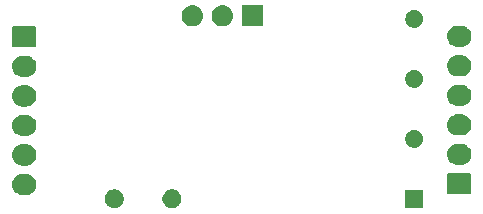
<source format=gbr>
G04 #@! TF.GenerationSoftware,KiCad,Pcbnew,(5.0.2-5)-5*
G04 #@! TF.CreationDate,2019-07-31T22:00:08+03:00*
G04 #@! TF.ProjectId,bike_motor_shim,62696b65-5f6d-46f7-946f-725f7368696d,rev?*
G04 #@! TF.SameCoordinates,Original*
G04 #@! TF.FileFunction,Soldermask,Bot*
G04 #@! TF.FilePolarity,Negative*
%FSLAX46Y46*%
G04 Gerber Fmt 4.6, Leading zero omitted, Abs format (unit mm)*
G04 Created by KiCad (PCBNEW (5.0.2-5)-5) date 2019 July 31, Wednesday 22:00:08*
%MOMM*%
%LPD*%
G01*
G04 APERTURE LIST*
%ADD10C,0.100000*%
G04 APERTURE END LIST*
D10*
G36*
X151798643Y-125594781D02*
X151944415Y-125655162D01*
X152075611Y-125742824D01*
X152187176Y-125854389D01*
X152274838Y-125985585D01*
X152335219Y-126131357D01*
X152366000Y-126286107D01*
X152366000Y-126443893D01*
X152335219Y-126598643D01*
X152274838Y-126744415D01*
X152187176Y-126875611D01*
X152075611Y-126987176D01*
X151944415Y-127074838D01*
X151798643Y-127135219D01*
X151643893Y-127166000D01*
X151486107Y-127166000D01*
X151331357Y-127135219D01*
X151185585Y-127074838D01*
X151054389Y-126987176D01*
X150942824Y-126875611D01*
X150855162Y-126744415D01*
X150794781Y-126598643D01*
X150764000Y-126443893D01*
X150764000Y-126286107D01*
X150794781Y-126131357D01*
X150855162Y-125985585D01*
X150942824Y-125854389D01*
X151054389Y-125742824D01*
X151185585Y-125655162D01*
X151331357Y-125594781D01*
X151486107Y-125564000D01*
X151643893Y-125564000D01*
X151798643Y-125594781D01*
X151798643Y-125594781D01*
G37*
G36*
X146918643Y-125594781D02*
X147064415Y-125655162D01*
X147195611Y-125742824D01*
X147307176Y-125854389D01*
X147394838Y-125985585D01*
X147455219Y-126131357D01*
X147486000Y-126286107D01*
X147486000Y-126443893D01*
X147455219Y-126598643D01*
X147394838Y-126744415D01*
X147307176Y-126875611D01*
X147195611Y-126987176D01*
X147064415Y-127074838D01*
X146918643Y-127135219D01*
X146763893Y-127166000D01*
X146606107Y-127166000D01*
X146451357Y-127135219D01*
X146305585Y-127074838D01*
X146174389Y-126987176D01*
X146062824Y-126875611D01*
X145975162Y-126744415D01*
X145914781Y-126598643D01*
X145884000Y-126443893D01*
X145884000Y-126286107D01*
X145914781Y-126131357D01*
X145975162Y-125985585D01*
X146062824Y-125854389D01*
X146174389Y-125742824D01*
X146305585Y-125655162D01*
X146451357Y-125594781D01*
X146606107Y-125564000D01*
X146763893Y-125564000D01*
X146918643Y-125594781D01*
X146918643Y-125594781D01*
G37*
G36*
X172836000Y-127116000D02*
X171334000Y-127116000D01*
X171334000Y-125614000D01*
X172836000Y-125614000D01*
X172836000Y-127116000D01*
X172836000Y-127116000D01*
G37*
G36*
X139300442Y-124254518D02*
X139366627Y-124261037D01*
X139479853Y-124295384D01*
X139536467Y-124312557D01*
X139656850Y-124376904D01*
X139692991Y-124396222D01*
X139728729Y-124425552D01*
X139830186Y-124508814D01*
X139913448Y-124610271D01*
X139942778Y-124646009D01*
X139942779Y-124646011D01*
X140026443Y-124802533D01*
X140026443Y-124802534D01*
X140077963Y-124972373D01*
X140095359Y-125149000D01*
X140077963Y-125325627D01*
X140043616Y-125438853D01*
X140026443Y-125495467D01*
X139989811Y-125564000D01*
X139942778Y-125651991D01*
X139913448Y-125687729D01*
X139830186Y-125789186D01*
X139750731Y-125854392D01*
X139692991Y-125901778D01*
X139692989Y-125901779D01*
X139536467Y-125985443D01*
X139479853Y-126002616D01*
X139366627Y-126036963D01*
X139300442Y-126043482D01*
X139234260Y-126050000D01*
X138895740Y-126050000D01*
X138829558Y-126043482D01*
X138763373Y-126036963D01*
X138650147Y-126002616D01*
X138593533Y-125985443D01*
X138437011Y-125901779D01*
X138437009Y-125901778D01*
X138379269Y-125854392D01*
X138299814Y-125789186D01*
X138216552Y-125687729D01*
X138187222Y-125651991D01*
X138140189Y-125564000D01*
X138103557Y-125495467D01*
X138086384Y-125438853D01*
X138052037Y-125325627D01*
X138034641Y-125149000D01*
X138052037Y-124972373D01*
X138103557Y-124802534D01*
X138103557Y-124802533D01*
X138187221Y-124646011D01*
X138187222Y-124646009D01*
X138216552Y-124610271D01*
X138299814Y-124508814D01*
X138401271Y-124425552D01*
X138437009Y-124396222D01*
X138473150Y-124376904D01*
X138593533Y-124312557D01*
X138650147Y-124295384D01*
X138763373Y-124261037D01*
X138829558Y-124254518D01*
X138895740Y-124248000D01*
X139234260Y-124248000D01*
X139300442Y-124254518D01*
X139300442Y-124254518D01*
G37*
G36*
X176778600Y-124197989D02*
X176811649Y-124208014D01*
X176842106Y-124224294D01*
X176868799Y-124246201D01*
X176890706Y-124272894D01*
X176906986Y-124303351D01*
X176917011Y-124336400D01*
X176921000Y-124376904D01*
X176921000Y-125813096D01*
X176917011Y-125853600D01*
X176906986Y-125886649D01*
X176890706Y-125917106D01*
X176868799Y-125943799D01*
X176842106Y-125965706D01*
X176811649Y-125981986D01*
X176778600Y-125992011D01*
X176738096Y-125996000D01*
X175051904Y-125996000D01*
X175011400Y-125992011D01*
X174978351Y-125981986D01*
X174947894Y-125965706D01*
X174921201Y-125943799D01*
X174899294Y-125917106D01*
X174883014Y-125886649D01*
X174872989Y-125853600D01*
X174869000Y-125813096D01*
X174869000Y-124376904D01*
X174872989Y-124336400D01*
X174883014Y-124303351D01*
X174899294Y-124272894D01*
X174921201Y-124246201D01*
X174947894Y-124224294D01*
X174978351Y-124208014D01*
X175011400Y-124197989D01*
X175051904Y-124194000D01*
X176738096Y-124194000D01*
X176778600Y-124197989D01*
X176778600Y-124197989D01*
G37*
G36*
X139300442Y-121754518D02*
X139366627Y-121761037D01*
X139479853Y-121795384D01*
X139536467Y-121812557D01*
X139591965Y-121842222D01*
X139692991Y-121896222D01*
X139728729Y-121925552D01*
X139830186Y-122008814D01*
X139898461Y-122092009D01*
X139942778Y-122146009D01*
X139942779Y-122146011D01*
X140026443Y-122302533D01*
X140026443Y-122302534D01*
X140077963Y-122472373D01*
X140095359Y-122649000D01*
X140077963Y-122825627D01*
X140043616Y-122938853D01*
X140026443Y-122995467D01*
X139971643Y-123097989D01*
X139942778Y-123151991D01*
X139913448Y-123187729D01*
X139830186Y-123289186D01*
X139758790Y-123347778D01*
X139692991Y-123401778D01*
X139692989Y-123401779D01*
X139536467Y-123485443D01*
X139479853Y-123502616D01*
X139366627Y-123536963D01*
X139300442Y-123543482D01*
X139234260Y-123550000D01*
X138895740Y-123550000D01*
X138829558Y-123543482D01*
X138763373Y-123536963D01*
X138650147Y-123502616D01*
X138593533Y-123485443D01*
X138437011Y-123401779D01*
X138437009Y-123401778D01*
X138371210Y-123347778D01*
X138299814Y-123289186D01*
X138216552Y-123187729D01*
X138187222Y-123151991D01*
X138158357Y-123097989D01*
X138103557Y-122995467D01*
X138086384Y-122938853D01*
X138052037Y-122825627D01*
X138034641Y-122649000D01*
X138052037Y-122472373D01*
X138103557Y-122302534D01*
X138103557Y-122302533D01*
X138187221Y-122146011D01*
X138187222Y-122146009D01*
X138231539Y-122092009D01*
X138299814Y-122008814D01*
X138401271Y-121925552D01*
X138437009Y-121896222D01*
X138538035Y-121842222D01*
X138593533Y-121812557D01*
X138650147Y-121795384D01*
X138763373Y-121761037D01*
X138829558Y-121754518D01*
X138895740Y-121748000D01*
X139234260Y-121748000D01*
X139300442Y-121754518D01*
X139300442Y-121754518D01*
G37*
G36*
X176130442Y-121700518D02*
X176196627Y-121707037D01*
X176309853Y-121741384D01*
X176366467Y-121758557D01*
X176467492Y-121812557D01*
X176522991Y-121842222D01*
X176554813Y-121868338D01*
X176660186Y-121954814D01*
X176743448Y-122056271D01*
X176772778Y-122092009D01*
X176772779Y-122092011D01*
X176856443Y-122248533D01*
X176856443Y-122248534D01*
X176907963Y-122418373D01*
X176925359Y-122595000D01*
X176907963Y-122771627D01*
X176891583Y-122825625D01*
X176856443Y-122941467D01*
X176827579Y-122995467D01*
X176772778Y-123097991D01*
X176743448Y-123133729D01*
X176660186Y-123235186D01*
X176558729Y-123318448D01*
X176522991Y-123347778D01*
X176522989Y-123347779D01*
X176366467Y-123431443D01*
X176309853Y-123448616D01*
X176196627Y-123482963D01*
X176130442Y-123489482D01*
X176064260Y-123496000D01*
X175725740Y-123496000D01*
X175659558Y-123489482D01*
X175593373Y-123482963D01*
X175480147Y-123448616D01*
X175423533Y-123431443D01*
X175267011Y-123347779D01*
X175267009Y-123347778D01*
X175231271Y-123318448D01*
X175129814Y-123235186D01*
X175046552Y-123133729D01*
X175017222Y-123097991D01*
X174962421Y-122995467D01*
X174933557Y-122941467D01*
X174898417Y-122825625D01*
X174882037Y-122771627D01*
X174864641Y-122595000D01*
X174882037Y-122418373D01*
X174933557Y-122248534D01*
X174933557Y-122248533D01*
X175017221Y-122092011D01*
X175017222Y-122092009D01*
X175046552Y-122056271D01*
X175129814Y-121954814D01*
X175235187Y-121868338D01*
X175267009Y-121842222D01*
X175322508Y-121812557D01*
X175423533Y-121758557D01*
X175480147Y-121741384D01*
X175593373Y-121707037D01*
X175659558Y-121700518D01*
X175725740Y-121694000D01*
X176064260Y-121694000D01*
X176130442Y-121700518D01*
X176130442Y-121700518D01*
G37*
G36*
X172217004Y-120545544D02*
X172304059Y-120562860D01*
X172440732Y-120619472D01*
X172440733Y-120619473D01*
X172563738Y-120701662D01*
X172668338Y-120806262D01*
X172668340Y-120806265D01*
X172750528Y-120929268D01*
X172807140Y-121065941D01*
X172836000Y-121211033D01*
X172836000Y-121358967D01*
X172807140Y-121504059D01*
X172750528Y-121640732D01*
X172750527Y-121640733D01*
X172668338Y-121763738D01*
X172563738Y-121868338D01*
X172563735Y-121868340D01*
X172440732Y-121950528D01*
X172304059Y-122007140D01*
X172217004Y-122024456D01*
X172158969Y-122036000D01*
X172011031Y-122036000D01*
X171952996Y-122024456D01*
X171865941Y-122007140D01*
X171729268Y-121950528D01*
X171606265Y-121868340D01*
X171606262Y-121868338D01*
X171501662Y-121763738D01*
X171419473Y-121640733D01*
X171419472Y-121640732D01*
X171362860Y-121504059D01*
X171334000Y-121358967D01*
X171334000Y-121211033D01*
X171362860Y-121065941D01*
X171419472Y-120929268D01*
X171501660Y-120806265D01*
X171501662Y-120806262D01*
X171606262Y-120701662D01*
X171729267Y-120619473D01*
X171729268Y-120619472D01*
X171865941Y-120562860D01*
X171952996Y-120545544D01*
X172011031Y-120534000D01*
X172158969Y-120534000D01*
X172217004Y-120545544D01*
X172217004Y-120545544D01*
G37*
G36*
X139300442Y-119254518D02*
X139366627Y-119261037D01*
X139479853Y-119295384D01*
X139536467Y-119312557D01*
X139591965Y-119342222D01*
X139692991Y-119396222D01*
X139728729Y-119425552D01*
X139830186Y-119508814D01*
X139898461Y-119592009D01*
X139942778Y-119646009D01*
X139942779Y-119646011D01*
X140026443Y-119802533D01*
X140026443Y-119802534D01*
X140077963Y-119972373D01*
X140095359Y-120149000D01*
X140077963Y-120325627D01*
X140043616Y-120438853D01*
X140026443Y-120495467D01*
X140005846Y-120534000D01*
X139942778Y-120651991D01*
X139913448Y-120687729D01*
X139830186Y-120789186D01*
X139758790Y-120847778D01*
X139692991Y-120901778D01*
X139692989Y-120901779D01*
X139536467Y-120985443D01*
X139479853Y-121002616D01*
X139366627Y-121036963D01*
X139300443Y-121043481D01*
X139234260Y-121050000D01*
X138895740Y-121050000D01*
X138829557Y-121043481D01*
X138763373Y-121036963D01*
X138650147Y-121002616D01*
X138593533Y-120985443D01*
X138437011Y-120901779D01*
X138437009Y-120901778D01*
X138371210Y-120847778D01*
X138299814Y-120789186D01*
X138216552Y-120687729D01*
X138187222Y-120651991D01*
X138124154Y-120534000D01*
X138103557Y-120495467D01*
X138086384Y-120438853D01*
X138052037Y-120325627D01*
X138034641Y-120149000D01*
X138052037Y-119972373D01*
X138103557Y-119802534D01*
X138103557Y-119802533D01*
X138187221Y-119646011D01*
X138187222Y-119646009D01*
X138231539Y-119592009D01*
X138299814Y-119508814D01*
X138401271Y-119425552D01*
X138437009Y-119396222D01*
X138538035Y-119342222D01*
X138593533Y-119312557D01*
X138650147Y-119295384D01*
X138763373Y-119261037D01*
X138829558Y-119254518D01*
X138895740Y-119248000D01*
X139234260Y-119248000D01*
X139300442Y-119254518D01*
X139300442Y-119254518D01*
G37*
G36*
X176130443Y-119200519D02*
X176196627Y-119207037D01*
X176309853Y-119241384D01*
X176366467Y-119258557D01*
X176467492Y-119312557D01*
X176522991Y-119342222D01*
X176558729Y-119371552D01*
X176660186Y-119454814D01*
X176743448Y-119556271D01*
X176772778Y-119592009D01*
X176772779Y-119592011D01*
X176856443Y-119748533D01*
X176856443Y-119748534D01*
X176907963Y-119918373D01*
X176925359Y-120095000D01*
X176907963Y-120271627D01*
X176891583Y-120325625D01*
X176856443Y-120441467D01*
X176827579Y-120495467D01*
X176772778Y-120597991D01*
X176755149Y-120619472D01*
X176660186Y-120735186D01*
X176558729Y-120818448D01*
X176522991Y-120847778D01*
X176522989Y-120847779D01*
X176366467Y-120931443D01*
X176309853Y-120948616D01*
X176196627Y-120982963D01*
X176130442Y-120989482D01*
X176064260Y-120996000D01*
X175725740Y-120996000D01*
X175659558Y-120989482D01*
X175593373Y-120982963D01*
X175480147Y-120948616D01*
X175423533Y-120931443D01*
X175267011Y-120847779D01*
X175267009Y-120847778D01*
X175231271Y-120818448D01*
X175129814Y-120735186D01*
X175034851Y-120619472D01*
X175017222Y-120597991D01*
X174962421Y-120495467D01*
X174933557Y-120441467D01*
X174898417Y-120325625D01*
X174882037Y-120271627D01*
X174864641Y-120095000D01*
X174882037Y-119918373D01*
X174933557Y-119748534D01*
X174933557Y-119748533D01*
X175017221Y-119592011D01*
X175017222Y-119592009D01*
X175046552Y-119556271D01*
X175129814Y-119454814D01*
X175231271Y-119371552D01*
X175267009Y-119342222D01*
X175322508Y-119312557D01*
X175423533Y-119258557D01*
X175480147Y-119241384D01*
X175593373Y-119207037D01*
X175659557Y-119200519D01*
X175725740Y-119194000D01*
X176064260Y-119194000D01*
X176130443Y-119200519D01*
X176130443Y-119200519D01*
G37*
G36*
X139300442Y-116754518D02*
X139366627Y-116761037D01*
X139456633Y-116788340D01*
X139536467Y-116812557D01*
X139644921Y-116870528D01*
X139692991Y-116896222D01*
X139728729Y-116925552D01*
X139830186Y-117008814D01*
X139898461Y-117092009D01*
X139942778Y-117146009D01*
X139942779Y-117146011D01*
X140026443Y-117302533D01*
X140026443Y-117302534D01*
X140077963Y-117472373D01*
X140095359Y-117649000D01*
X140077963Y-117825627D01*
X140043616Y-117938853D01*
X140026443Y-117995467D01*
X139971643Y-118097989D01*
X139942778Y-118151991D01*
X139913448Y-118187729D01*
X139830186Y-118289186D01*
X139758790Y-118347778D01*
X139692991Y-118401778D01*
X139692989Y-118401779D01*
X139536467Y-118485443D01*
X139479853Y-118502616D01*
X139366627Y-118536963D01*
X139300442Y-118543482D01*
X139234260Y-118550000D01*
X138895740Y-118550000D01*
X138829558Y-118543482D01*
X138763373Y-118536963D01*
X138650147Y-118502616D01*
X138593533Y-118485443D01*
X138437011Y-118401779D01*
X138437009Y-118401778D01*
X138371210Y-118347778D01*
X138299814Y-118289186D01*
X138216552Y-118187729D01*
X138187222Y-118151991D01*
X138158357Y-118097989D01*
X138103557Y-117995467D01*
X138086384Y-117938853D01*
X138052037Y-117825627D01*
X138034641Y-117649000D01*
X138052037Y-117472373D01*
X138103557Y-117302534D01*
X138103557Y-117302533D01*
X138187221Y-117146011D01*
X138187222Y-117146009D01*
X138231539Y-117092009D01*
X138299814Y-117008814D01*
X138401271Y-116925552D01*
X138437009Y-116896222D01*
X138485079Y-116870528D01*
X138593533Y-116812557D01*
X138673367Y-116788340D01*
X138763373Y-116761037D01*
X138829558Y-116754518D01*
X138895740Y-116748000D01*
X139234260Y-116748000D01*
X139300442Y-116754518D01*
X139300442Y-116754518D01*
G37*
G36*
X176130442Y-116700518D02*
X176196627Y-116707037D01*
X176309853Y-116741384D01*
X176366467Y-116758557D01*
X176422186Y-116788340D01*
X176522991Y-116842222D01*
X176557480Y-116870527D01*
X176660186Y-116954814D01*
X176743448Y-117056271D01*
X176772778Y-117092009D01*
X176772779Y-117092011D01*
X176856443Y-117248533D01*
X176856443Y-117248534D01*
X176907963Y-117418373D01*
X176925359Y-117595000D01*
X176907963Y-117771627D01*
X176891583Y-117825625D01*
X176856443Y-117941467D01*
X176827579Y-117995467D01*
X176772778Y-118097991D01*
X176743448Y-118133729D01*
X176660186Y-118235186D01*
X176558729Y-118318448D01*
X176522991Y-118347778D01*
X176522989Y-118347779D01*
X176366467Y-118431443D01*
X176309853Y-118448616D01*
X176196627Y-118482963D01*
X176130442Y-118489482D01*
X176064260Y-118496000D01*
X175725740Y-118496000D01*
X175659558Y-118489482D01*
X175593373Y-118482963D01*
X175480147Y-118448616D01*
X175423533Y-118431443D01*
X175267011Y-118347779D01*
X175267009Y-118347778D01*
X175231271Y-118318448D01*
X175129814Y-118235186D01*
X175046552Y-118133729D01*
X175017222Y-118097991D01*
X174962421Y-117995467D01*
X174933557Y-117941467D01*
X174898417Y-117825625D01*
X174882037Y-117771627D01*
X174864641Y-117595000D01*
X174882037Y-117418373D01*
X174933557Y-117248534D01*
X174933557Y-117248533D01*
X175017221Y-117092011D01*
X175017222Y-117092009D01*
X175046552Y-117056271D01*
X175129814Y-116954814D01*
X175232520Y-116870527D01*
X175267009Y-116842222D01*
X175367814Y-116788340D01*
X175423533Y-116758557D01*
X175480147Y-116741384D01*
X175593373Y-116707037D01*
X175659558Y-116700518D01*
X175725740Y-116694000D01*
X176064260Y-116694000D01*
X176130442Y-116700518D01*
X176130442Y-116700518D01*
G37*
G36*
X172217004Y-115465544D02*
X172304059Y-115482860D01*
X172440732Y-115539472D01*
X172440733Y-115539473D01*
X172563738Y-115621662D01*
X172668338Y-115726262D01*
X172668340Y-115726265D01*
X172750528Y-115849268D01*
X172807140Y-115985941D01*
X172836000Y-116131033D01*
X172836000Y-116278967D01*
X172807140Y-116424059D01*
X172750528Y-116560732D01*
X172750527Y-116560733D01*
X172668338Y-116683738D01*
X172563738Y-116788338D01*
X172563735Y-116788340D01*
X172440732Y-116870528D01*
X172304059Y-116927140D01*
X172217004Y-116944456D01*
X172158969Y-116956000D01*
X172011031Y-116956000D01*
X171952996Y-116944456D01*
X171865941Y-116927140D01*
X171729268Y-116870528D01*
X171606265Y-116788340D01*
X171606262Y-116788338D01*
X171501662Y-116683738D01*
X171419473Y-116560733D01*
X171419472Y-116560732D01*
X171362860Y-116424059D01*
X171334000Y-116278967D01*
X171334000Y-116131033D01*
X171362860Y-115985941D01*
X171419472Y-115849268D01*
X171501660Y-115726265D01*
X171501662Y-115726262D01*
X171606262Y-115621662D01*
X171729267Y-115539473D01*
X171729268Y-115539472D01*
X171865941Y-115482860D01*
X171952996Y-115465544D01*
X172011031Y-115454000D01*
X172158969Y-115454000D01*
X172217004Y-115465544D01*
X172217004Y-115465544D01*
G37*
G36*
X139300442Y-114254518D02*
X139366627Y-114261037D01*
X139479853Y-114295384D01*
X139536467Y-114312557D01*
X139591965Y-114342222D01*
X139692991Y-114396222D01*
X139728729Y-114425552D01*
X139830186Y-114508814D01*
X139898461Y-114592009D01*
X139942778Y-114646009D01*
X139942779Y-114646011D01*
X140026443Y-114802533D01*
X140026443Y-114802534D01*
X140077963Y-114972373D01*
X140095359Y-115149000D01*
X140077963Y-115325627D01*
X140043616Y-115438853D01*
X140026443Y-115495467D01*
X140002921Y-115539472D01*
X139942778Y-115651991D01*
X139913448Y-115687729D01*
X139830186Y-115789186D01*
X139728729Y-115872448D01*
X139692991Y-115901778D01*
X139692989Y-115901779D01*
X139536467Y-115985443D01*
X139479853Y-116002616D01*
X139366627Y-116036963D01*
X139300442Y-116043482D01*
X139234260Y-116050000D01*
X138895740Y-116050000D01*
X138829558Y-116043482D01*
X138763373Y-116036963D01*
X138650147Y-116002616D01*
X138593533Y-115985443D01*
X138437011Y-115901779D01*
X138437009Y-115901778D01*
X138401271Y-115872448D01*
X138299814Y-115789186D01*
X138216552Y-115687729D01*
X138187222Y-115651991D01*
X138127079Y-115539472D01*
X138103557Y-115495467D01*
X138086384Y-115438853D01*
X138052037Y-115325627D01*
X138034641Y-115149000D01*
X138052037Y-114972373D01*
X138103557Y-114802534D01*
X138103557Y-114802533D01*
X138187221Y-114646011D01*
X138187222Y-114646009D01*
X138231539Y-114592009D01*
X138299814Y-114508814D01*
X138401271Y-114425552D01*
X138437009Y-114396222D01*
X138538035Y-114342222D01*
X138593533Y-114312557D01*
X138650147Y-114295384D01*
X138763373Y-114261037D01*
X138829558Y-114254518D01*
X138895740Y-114248000D01*
X139234260Y-114248000D01*
X139300442Y-114254518D01*
X139300442Y-114254518D01*
G37*
G36*
X176130442Y-114200518D02*
X176196627Y-114207037D01*
X176309853Y-114241384D01*
X176366467Y-114258557D01*
X176467492Y-114312557D01*
X176522991Y-114342222D01*
X176558729Y-114371552D01*
X176660186Y-114454814D01*
X176743448Y-114556271D01*
X176772778Y-114592009D01*
X176772779Y-114592011D01*
X176856443Y-114748533D01*
X176856443Y-114748534D01*
X176907963Y-114918373D01*
X176925359Y-115095000D01*
X176907963Y-115271627D01*
X176891583Y-115325625D01*
X176856443Y-115441467D01*
X176827579Y-115495467D01*
X176772778Y-115597991D01*
X176743448Y-115633729D01*
X176660186Y-115735186D01*
X176558729Y-115818448D01*
X176522991Y-115847778D01*
X176522989Y-115847779D01*
X176366467Y-115931443D01*
X176309853Y-115948616D01*
X176196627Y-115982963D01*
X176130442Y-115989482D01*
X176064260Y-115996000D01*
X175725740Y-115996000D01*
X175659558Y-115989482D01*
X175593373Y-115982963D01*
X175480147Y-115948616D01*
X175423533Y-115931443D01*
X175267011Y-115847779D01*
X175267009Y-115847778D01*
X175231271Y-115818448D01*
X175129814Y-115735186D01*
X175046552Y-115633729D01*
X175017222Y-115597991D01*
X174962421Y-115495467D01*
X174933557Y-115441467D01*
X174898417Y-115325625D01*
X174882037Y-115271627D01*
X174864641Y-115095000D01*
X174882037Y-114918373D01*
X174933557Y-114748534D01*
X174933557Y-114748533D01*
X175017221Y-114592011D01*
X175017222Y-114592009D01*
X175046552Y-114556271D01*
X175129814Y-114454814D01*
X175231271Y-114371552D01*
X175267009Y-114342222D01*
X175322508Y-114312557D01*
X175423533Y-114258557D01*
X175480147Y-114241384D01*
X175593373Y-114207037D01*
X175659558Y-114200518D01*
X175725740Y-114194000D01*
X176064260Y-114194000D01*
X176130442Y-114200518D01*
X176130442Y-114200518D01*
G37*
G36*
X139948600Y-111751989D02*
X139981649Y-111762014D01*
X140012106Y-111778294D01*
X140038799Y-111800201D01*
X140060706Y-111826894D01*
X140076986Y-111857351D01*
X140087011Y-111890400D01*
X140091000Y-111930904D01*
X140091000Y-113367096D01*
X140087011Y-113407600D01*
X140076986Y-113440649D01*
X140060706Y-113471106D01*
X140038799Y-113497799D01*
X140012106Y-113519706D01*
X139981649Y-113535986D01*
X139948600Y-113546011D01*
X139908096Y-113550000D01*
X138221904Y-113550000D01*
X138181400Y-113546011D01*
X138148351Y-113535986D01*
X138117894Y-113519706D01*
X138091201Y-113497799D01*
X138069294Y-113471106D01*
X138053014Y-113440649D01*
X138042989Y-113407600D01*
X138039000Y-113367096D01*
X138039000Y-111930904D01*
X138042989Y-111890400D01*
X138053014Y-111857351D01*
X138069294Y-111826894D01*
X138091201Y-111800201D01*
X138117894Y-111778294D01*
X138148351Y-111762014D01*
X138181400Y-111751989D01*
X138221904Y-111748000D01*
X139908096Y-111748000D01*
X139948600Y-111751989D01*
X139948600Y-111751989D01*
G37*
G36*
X176130443Y-111700519D02*
X176196627Y-111707037D01*
X176309853Y-111741384D01*
X176366467Y-111758557D01*
X176494315Y-111826894D01*
X176522991Y-111842222D01*
X176551689Y-111865774D01*
X176660186Y-111954814D01*
X176707937Y-112013000D01*
X176772778Y-112092009D01*
X176772779Y-112092011D01*
X176856443Y-112248533D01*
X176856443Y-112248534D01*
X176907963Y-112418373D01*
X176925359Y-112595000D01*
X176907963Y-112771627D01*
X176873616Y-112884853D01*
X176856443Y-112941467D01*
X176782348Y-113080087D01*
X176772778Y-113097991D01*
X176743448Y-113133729D01*
X176660186Y-113235186D01*
X176558729Y-113318448D01*
X176522991Y-113347778D01*
X176522989Y-113347779D01*
X176366467Y-113431443D01*
X176336118Y-113440649D01*
X176196627Y-113482963D01*
X176130443Y-113489481D01*
X176064260Y-113496000D01*
X175725740Y-113496000D01*
X175659557Y-113489481D01*
X175593373Y-113482963D01*
X175453882Y-113440649D01*
X175423533Y-113431443D01*
X175267011Y-113347779D01*
X175267009Y-113347778D01*
X175231271Y-113318448D01*
X175129814Y-113235186D01*
X175046552Y-113133729D01*
X175017222Y-113097991D01*
X175007652Y-113080087D01*
X174933557Y-112941467D01*
X174916384Y-112884853D01*
X174882037Y-112771627D01*
X174864641Y-112595000D01*
X174882037Y-112418373D01*
X174933557Y-112248534D01*
X174933557Y-112248533D01*
X175017221Y-112092011D01*
X175017222Y-112092009D01*
X175082063Y-112013000D01*
X175129814Y-111954814D01*
X175238311Y-111865774D01*
X175267009Y-111842222D01*
X175295685Y-111826894D01*
X175423533Y-111758557D01*
X175480147Y-111741384D01*
X175593373Y-111707037D01*
X175659557Y-111700519D01*
X175725740Y-111694000D01*
X176064260Y-111694000D01*
X176130443Y-111700519D01*
X176130443Y-111700519D01*
G37*
G36*
X172217004Y-110385544D02*
X172304059Y-110402860D01*
X172440732Y-110459472D01*
X172440733Y-110459473D01*
X172563738Y-110541662D01*
X172668338Y-110646262D01*
X172668340Y-110646265D01*
X172750528Y-110769268D01*
X172807140Y-110905941D01*
X172824456Y-110992996D01*
X172836000Y-111051031D01*
X172836000Y-111198969D01*
X172832320Y-111217467D01*
X172807140Y-111344059D01*
X172750528Y-111480732D01*
X172750527Y-111480733D01*
X172668338Y-111603738D01*
X172563738Y-111708338D01*
X172563735Y-111708340D01*
X172440732Y-111790528D01*
X172304059Y-111847140D01*
X172217004Y-111864456D01*
X172158969Y-111876000D01*
X172011031Y-111876000D01*
X171952996Y-111864456D01*
X171865941Y-111847140D01*
X171729268Y-111790528D01*
X171606265Y-111708340D01*
X171606262Y-111708338D01*
X171501662Y-111603738D01*
X171419473Y-111480733D01*
X171419472Y-111480732D01*
X171362860Y-111344059D01*
X171337680Y-111217467D01*
X171334000Y-111198969D01*
X171334000Y-111051031D01*
X171345544Y-110992996D01*
X171362860Y-110905941D01*
X171419472Y-110769268D01*
X171501660Y-110646265D01*
X171501662Y-110646262D01*
X171606262Y-110541662D01*
X171729267Y-110459473D01*
X171729268Y-110459472D01*
X171865941Y-110402860D01*
X171952996Y-110385544D01*
X172011031Y-110374000D01*
X172158969Y-110374000D01*
X172217004Y-110385544D01*
X172217004Y-110385544D01*
G37*
G36*
X155939443Y-109976519D02*
X156005627Y-109983037D01*
X156118853Y-110017384D01*
X156175467Y-110034557D01*
X156314087Y-110108652D01*
X156331991Y-110118222D01*
X156367729Y-110147552D01*
X156469186Y-110230814D01*
X156552448Y-110332271D01*
X156581778Y-110368009D01*
X156581779Y-110368011D01*
X156665443Y-110524533D01*
X156665443Y-110524534D01*
X156716963Y-110694373D01*
X156734359Y-110871000D01*
X156716963Y-111047627D01*
X156682616Y-111160853D01*
X156665443Y-111217467D01*
X156597779Y-111344056D01*
X156581778Y-111373991D01*
X156552448Y-111409729D01*
X156469186Y-111511186D01*
X156367729Y-111594448D01*
X156331991Y-111623778D01*
X156331989Y-111623779D01*
X156175467Y-111707443D01*
X156118853Y-111724616D01*
X156005627Y-111758963D01*
X155939442Y-111765482D01*
X155873260Y-111772000D01*
X155784740Y-111772000D01*
X155718558Y-111765482D01*
X155652373Y-111758963D01*
X155539147Y-111724616D01*
X155482533Y-111707443D01*
X155326011Y-111623779D01*
X155326009Y-111623778D01*
X155290271Y-111594448D01*
X155188814Y-111511186D01*
X155105552Y-111409729D01*
X155076222Y-111373991D01*
X155060221Y-111344056D01*
X154992557Y-111217467D01*
X154975384Y-111160853D01*
X154941037Y-111047627D01*
X154923641Y-110871000D01*
X154941037Y-110694373D01*
X154992557Y-110524534D01*
X154992557Y-110524533D01*
X155076221Y-110368011D01*
X155076222Y-110368009D01*
X155105552Y-110332271D01*
X155188814Y-110230814D01*
X155290271Y-110147552D01*
X155326009Y-110118222D01*
X155343913Y-110108652D01*
X155482533Y-110034557D01*
X155539147Y-110017384D01*
X155652373Y-109983037D01*
X155718557Y-109976519D01*
X155784740Y-109970000D01*
X155873260Y-109970000D01*
X155939443Y-109976519D01*
X155939443Y-109976519D01*
G37*
G36*
X159270000Y-111772000D02*
X157468000Y-111772000D01*
X157468000Y-109970000D01*
X159270000Y-109970000D01*
X159270000Y-111772000D01*
X159270000Y-111772000D01*
G37*
G36*
X153399443Y-109976519D02*
X153465627Y-109983037D01*
X153578853Y-110017384D01*
X153635467Y-110034557D01*
X153774087Y-110108652D01*
X153791991Y-110118222D01*
X153827729Y-110147552D01*
X153929186Y-110230814D01*
X154012448Y-110332271D01*
X154041778Y-110368009D01*
X154041779Y-110368011D01*
X154125443Y-110524533D01*
X154125443Y-110524534D01*
X154176963Y-110694373D01*
X154194359Y-110871000D01*
X154176963Y-111047627D01*
X154142616Y-111160853D01*
X154125443Y-111217467D01*
X154057779Y-111344056D01*
X154041778Y-111373991D01*
X154012448Y-111409729D01*
X153929186Y-111511186D01*
X153827729Y-111594448D01*
X153791991Y-111623778D01*
X153791989Y-111623779D01*
X153635467Y-111707443D01*
X153578853Y-111724616D01*
X153465627Y-111758963D01*
X153399442Y-111765482D01*
X153333260Y-111772000D01*
X153244740Y-111772000D01*
X153178558Y-111765482D01*
X153112373Y-111758963D01*
X152999147Y-111724616D01*
X152942533Y-111707443D01*
X152786011Y-111623779D01*
X152786009Y-111623778D01*
X152750271Y-111594448D01*
X152648814Y-111511186D01*
X152565552Y-111409729D01*
X152536222Y-111373991D01*
X152520221Y-111344056D01*
X152452557Y-111217467D01*
X152435384Y-111160853D01*
X152401037Y-111047627D01*
X152383641Y-110871000D01*
X152401037Y-110694373D01*
X152452557Y-110524534D01*
X152452557Y-110524533D01*
X152536221Y-110368011D01*
X152536222Y-110368009D01*
X152565552Y-110332271D01*
X152648814Y-110230814D01*
X152750271Y-110147552D01*
X152786009Y-110118222D01*
X152803913Y-110108652D01*
X152942533Y-110034557D01*
X152999147Y-110017384D01*
X153112373Y-109983037D01*
X153178557Y-109976519D01*
X153244740Y-109970000D01*
X153333260Y-109970000D01*
X153399443Y-109976519D01*
X153399443Y-109976519D01*
G37*
M02*

</source>
